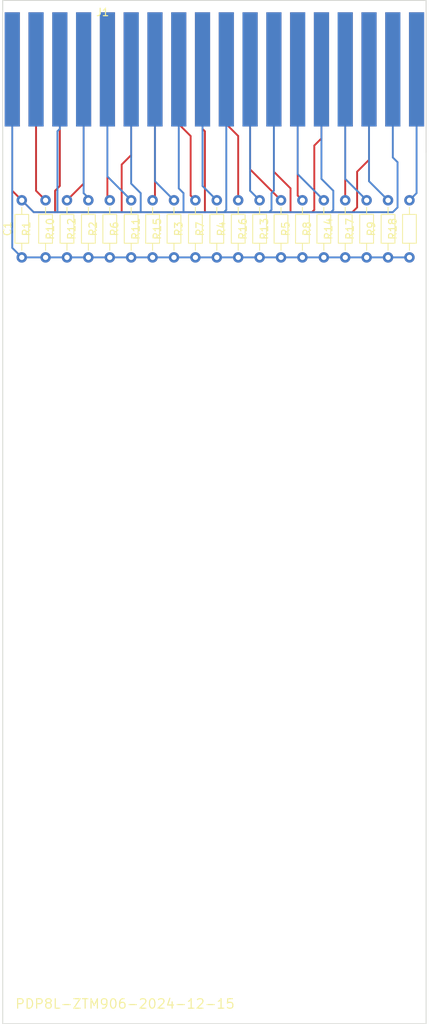
<source format=kicad_pcb>
(kicad_pcb (version 20221018) (generator pcbnew)
  (layers (0 "F.Cu" signal) (31 "B.Cu" signal) (34 "B.Paste" user) (35 "F.Paste" user) (36 "B.SilkS" user "B.Silkscreen") (37 "F.SilkS" user "F.Silkscreen") (38 "B.Mask" user) (39 "F.Mask" user) (44 "Edge.Cuts" user))
  (net 0 "")
  (net 1 "Net-(J1-PadB1)")
  (net 3 "Net-(J1-PadD1)")
  (net 4 "Net-(J1-PadD2)")
  (net 5 "Net-(J1-PadE1)")
  (net 6 "Net-(J1-PadE2)")
  (net 7 "Net-(J1-PadH1)")
  (net 8 "Net-(J1-PadH2)")
  (net 9 "Net-(J1-PadJ1)")
  (net 10 "Net-(J1-PadK2)")
  (net 11 "Net-(J1-PadL1)")
  (net 12 "Net-(J1-PadM1)")
  (net 13 "Net-(J1-PadM2)")
  (net 14 "Net-(J1-PadP1)")
  (net 15 "Net-(J1-PadP2)")
  (net 16 "Net-(J1-PadS1)")
  (net 17 "Net-(J1-PadS2)")
  (net 18 "Net-(J1-PadT2)")
  (net 21 "Net-(J1-PadV2)")
  (net 22 "GND")
  (net 23 "+5V")
  (footprint "Resistor_THT:R_Axial_DIN0204_L3.6mm_D1.6mm_P7.62mm_Horizontal" (layer "F.Cu") (at 54.2925 34.29 90)
    (fp_text reference "R18" (at 3.81 -2.2375 90) (layer "F.SilkS"))
    (fp_text value "1K")
    (fp_line (start 0.94 0) (end 1.89 0) (stroke (width 0.12)) (layer "F.SilkS"))
    (fp_line (start 1.89 -0.92) (end 1.89 0.92) (stroke (width 0.12)) (layer "F.SilkS"))
    (fp_line (start 1.89 0.92) (end 5.73 0.92) (stroke (width 0.12)) (layer "F.SilkS"))
    (fp_line (start 5.73 -0.92) (end 1.89 -0.92) (stroke (width 0.12)) (layer "F.SilkS"))
    (fp_line (start 5.73 0.92) (end 5.73 -0.92) (stroke (width 0.12)) (layer "F.SilkS"))
    (fp_line (start 6.68 0) (end 5.73 0) (stroke (width 0.12)) (layer "F.SilkS"))
    (pad "1" thru_hole circle (at 0 0 90) (size 1.4 1.4) (drill 0.7) (layers "*.Cu" "*.Mask") (net 23 "+5V"))
    (pad "2" thru_hole oval (at 7.62 0 90) (size 1.4 1.4) (drill 0.7) (layers "*.Cu" "*.Mask") (net 21 "Net-(J1-PadV2)"))
  )
  (footprint "Resistor_THT:R_Axial_DIN0204_L3.6mm_D1.6mm_P7.62mm_Horizontal" (layer "F.Cu") (at 8.5725 34.29 90)
    (fp_text reference "R10" (at 3.81 -2.2375 90) (layer "F.SilkS"))
    (fp_text value "1K")
    (fp_line (start 0.94 0) (end 1.89 0) (stroke (width 0.12)) (layer "F.SilkS"))
    (fp_line (start 1.89 -0.92) (end 1.89 0.92) (stroke (width 0.12)) (layer "F.SilkS"))
    (fp_line (start 1.89 0.92) (end 5.73 0.92) (stroke (width 0.12)) (layer "F.SilkS"))
    (fp_line (start 5.73 -0.92) (end 1.89 -0.92) (stroke (width 0.12)) (layer "F.SilkS"))
    (fp_line (start 5.73 0.92) (end 5.73 -0.92) (stroke (width 0.12)) (layer "F.SilkS"))
    (fp_line (start 6.68 0) (end 5.73 0) (stroke (width 0.12)) (layer "F.SilkS"))
    (pad "1" thru_hole circle (at 0 0 90) (size 1.4 1.4) (drill 0.7) (layers "*.Cu" "*.Mask") (net 23 "+5V"))
    (pad "2" thru_hole oval (at 7.62 0 90) (size 1.4 1.4) (drill 0.7) (layers "*.Cu" "*.Mask") (net 3 "Net-(J1-PadD1)"))
  )
  (footprint "Resistor_THT:R_Axial_DIN0204_L3.6mm_D1.6mm_P7.62mm_Horizontal" (layer "F.Cu") (at 28.575 34.29 90)
    (fp_text reference "R7" (at 3.81 -2.2375 90) (layer "F.SilkS"))
    (fp_text value "1K")
    (fp_line (start 0.94 0) (end 1.89 0) (stroke (width 0.12)) (layer "F.SilkS"))
    (fp_line (start 1.89 -0.92) (end 1.89 0.92) (stroke (width 0.12)) (layer "F.SilkS"))
    (fp_line (start 1.89 0.92) (end 5.73 0.92) (stroke (width 0.12)) (layer "F.SilkS"))
    (fp_line (start 5.73 -0.92) (end 1.89 -0.92) (stroke (width 0.12)) (layer "F.SilkS"))
    (fp_line (start 5.73 0.92) (end 5.73 -0.92) (stroke (width 0.12)) (layer "F.SilkS"))
    (fp_line (start 6.68 0) (end 5.73 0) (stroke (width 0.12)) (layer "F.SilkS"))
    (pad "1" thru_hole circle (at 0 0 90) (size 1.4 1.4) (drill 0.7) (layers "*.Cu" "*.Mask") (net 23 "+5V"))
    (pad "2" thru_hole oval (at 7.62 0 90) (size 1.4 1.4) (drill 0.7) (layers "*.Cu" "*.Mask") (net 10 "Net-(J1-PadK2)"))
  )
  (footprint "Resistor_THT:R_Axial_DIN0204_L3.6mm_D1.6mm_P7.62mm_Horizontal" (layer "F.Cu") (at 5.715 34.29 90)
    (fp_text reference "R1" (at 3.81 -2.555 90) (layer "F.SilkS"))
    (fp_text value "1K")
    (fp_line (start 0.94 0) (end 1.89 0) (stroke (width 0.12)) (layer "F.SilkS"))
    (fp_line (start 1.89 -0.92) (end 1.89 0.92) (stroke (width 0.12)) (layer "F.SilkS"))
    (fp_line (start 1.89 0.92) (end 5.73 0.92) (stroke (width 0.12)) (layer "F.SilkS"))
    (fp_line (start 5.73 -0.92) (end 1.89 -0.92) (stroke (width 0.12)) (layer "F.SilkS"))
    (fp_line (start 5.73 0.92) (end 5.73 -0.92) (stroke (width 0.12)) (layer "F.SilkS"))
    (fp_line (start 6.68 0) (end 5.73 0) (stroke (width 0.12)) (layer "F.SilkS"))
    (pad "1" thru_hole circle (at 0 0 90) (size 1.4 1.4) (drill 0.7) (layers "*.Cu" "*.Mask") (net 23 "+5V"))
    (pad "2" thru_hole oval (at 7.62 0 90) (size 1.4 1.4) (drill 0.7) (layers "*.Cu" "*.Mask") (net 1 "Net-(J1-PadB1)"))
  )
  (footprint "Resistor_THT:R_Axial_DIN0204_L3.6mm_D1.6mm_P7.62mm_Horizontal" (layer "F.Cu") (at 22.86 34.29 90)
    (fp_text reference "R15" (at 3.81 -2.2375 90) (layer "F.SilkS"))
    (fp_text value "1K")
    (fp_line (start 0.94 0) (end 1.89 0) (stroke (width 0.12)) (layer "F.SilkS"))
    (fp_line (start 1.89 -0.92) (end 1.89 0.92) (stroke (width 0.12)) (layer "F.SilkS"))
    (fp_line (start 1.89 0.92) (end 5.73 0.92) (stroke (width 0.12)) (layer "F.SilkS"))
    (fp_line (start 5.73 -0.92) (end 1.89 -0.92) (stroke (width 0.12)) (layer "F.SilkS"))
    (fp_line (start 5.73 0.92) (end 5.73 -0.92) (stroke (width 0.12)) (layer "F.SilkS"))
    (fp_line (start 6.68 0) (end 5.73 0) (stroke (width 0.12)) (layer "F.SilkS"))
    (pad "1" thru_hole circle (at 0 0 90) (size 1.4 1.4) (drill 0.7) (layers "*.Cu" "*.Mask") (net 23 "+5V"))
    (pad "2" thru_hole oval (at 7.62 0 90) (size 1.4 1.4) (drill 0.7) (layers "*.Cu" "*.Mask") (net 8 "Net-(J1-PadH2)"))
  )
  (footprint "Resistor_THT:R_Axial_DIN0204_L3.6mm_D1.6mm_P7.62mm_Horizontal" (layer "F.Cu") (at 11.43 34.29 90)
    (fp_text reference "R12" (at 3.81 -2.2375 90) (layer "F.SilkS"))
    (fp_text value "1K")
    (fp_line (start 0.94 0) (end 1.89 0) (stroke (width 0.12)) (layer "F.SilkS"))
    (fp_line (start 1.89 -0.92) (end 1.89 0.92) (stroke (width 0.12)) (layer "F.SilkS"))
    (fp_line (start 1.89 0.92) (end 5.73 0.92) (stroke (width 0.12)) (layer "F.SilkS"))
    (fp_line (start 5.73 -0.92) (end 1.89 -0.92) (stroke (width 0.12)) (layer "F.SilkS"))
    (fp_line (start 5.73 0.92) (end 5.73 -0.92) (stroke (width 0.12)) (layer "F.SilkS"))
    (fp_line (start 6.68 0) (end 5.73 0) (stroke (width 0.12)) (layer "F.SilkS"))
    (pad "1" thru_hole circle (at 0 0 90) (size 1.4 1.4) (drill 0.7) (layers "*.Cu" "*.Mask") (net 23 "+5V"))
    (pad "2" thru_hole oval (at 7.62 0 90) (size 1.4 1.4) (drill 0.7) (layers "*.Cu" "*.Mask") (net 4 "Net-(J1-PadD2)"))
  )
  (footprint "Resistor_THT:R_Axial_DIN0204_L3.6mm_D1.6mm_P7.62mm_Horizontal" (layer "F.Cu") (at 14.2875 34.29 90)
    (fp_text reference "R2" (at 3.81 -2.2375 90) (layer "F.SilkS"))
    (fp_text value "1K")
    (fp_line (start 0.94 0) (end 1.89 0) (stroke (width 0.12)) (layer "F.SilkS"))
    (fp_line (start 1.89 -0.92) (end 1.89 0.92) (stroke (width 0.12)) (layer "F.SilkS"))
    (fp_line (start 1.89 0.92) (end 5.73 0.92) (stroke (width 0.12)) (layer "F.SilkS"))
    (fp_line (start 5.73 -0.92) (end 1.89 -0.92) (stroke (width 0.12)) (layer "F.SilkS"))
    (fp_line (start 5.73 0.92) (end 5.73 -0.92) (stroke (width 0.12)) (layer "F.SilkS"))
    (fp_line (start 6.68 0) (end 5.73 0) (stroke (width 0.12)) (layer "F.SilkS"))
    (pad "1" thru_hole circle (at 0 0 90) (size 1.4 1.4) (drill 0.7) (layers "*.Cu" "*.Mask") (net 23 "+5V"))
    (pad "2" thru_hole oval (at 7.62 0 90) (size 1.4 1.4) (drill 0.7) (layers "*.Cu" "*.Mask") (net 5 "Net-(J1-PadE1)"))
  )
  (footprint "Resistor_THT:R_Axial_DIN0204_L3.6mm_D1.6mm_P7.62mm_Horizontal" (layer "F.Cu") (at 31.4325 34.29 90)
    (fp_text reference "R4" (at 3.81 -2.2375 90) (layer "F.SilkS"))
    (fp_text value "1K")
    (fp_line (start 0.94 0) (end 1.89 0) (stroke (width 0.12)) (layer "F.SilkS"))
    (fp_line (start 1.89 -0.92) (end 1.89 0.92) (stroke (width 0.12)) (layer "F.SilkS"))
    (fp_line (start 1.89 0.92) (end 5.73 0.92) (stroke (width 0.12)) (layer "F.SilkS"))
    (fp_line (start 5.73 -0.92) (end 1.89 -0.92) (stroke (width 0.12)) (layer "F.SilkS"))
    (fp_line (start 5.73 0.92) (end 5.73 -0.92) (stroke (width 0.12)) (layer "F.SilkS"))
    (fp_line (start 6.68 0) (end 5.73 0) (stroke (width 0.12)) (layer "F.SilkS"))
    (pad "1" thru_hole circle (at 0 0 90) (size 1.4 1.4) (drill 0.7) (layers "*.Cu" "*.Mask") (net 23 "+5V"))
    (pad "2" thru_hole oval (at 7.62 0 90) (size 1.4 1.4) (drill 0.7) (layers "*.Cu" "*.Mask") (net 11 "Net-(J1-PadL1)"))
  )
  (footprint "Resistor_THT:R_Axial_DIN0204_L3.6mm_D1.6mm_P7.62mm_Horizontal" (layer "F.Cu") (at 40.005 34.29 90)
    (fp_text reference "R5" (at 3.81 -2.2375 90) (layer "F.SilkS"))
    (fp_text value "1K")
    (fp_line (start 0.94 0) (end 1.89 0) (stroke (width 0.12)) (layer "F.SilkS"))
    (fp_line (start 1.89 -0.92) (end 1.89 0.92) (stroke (width 0.12)) (layer "F.SilkS"))
    (fp_line (start 1.89 0.92) (end 5.73 0.92) (stroke (width 0.12)) (layer "F.SilkS"))
    (fp_line (start 5.73 -0.92) (end 1.89 -0.92) (stroke (width 0.12)) (layer "F.SilkS"))
    (fp_line (start 5.73 0.92) (end 5.73 -0.92) (stroke (width 0.12)) (layer "F.SilkS"))
    (fp_line (start 6.68 0) (end 5.73 0) (stroke (width 0.12)) (layer "F.SilkS"))
    (pad "1" thru_hole circle (at 0 0 90) (size 1.4 1.4) (drill 0.7) (layers "*.Cu" "*.Mask") (net 23 "+5V"))
    (pad "2" thru_hole oval (at 7.62 0 90) (size 1.4 1.4) (drill 0.7) (layers "*.Cu" "*.Mask") (net 14 "Net-(J1-PadP1)"))
  )
  (footprint "Resistor_THT:R_Axial_DIN0204_L3.6mm_D1.6mm_P7.62mm_Horizontal" (layer "F.Cu") (at 45.72 34.29 90)
    (fp_text reference "R14" (at 3.81 -2.2375 90) (layer "F.SilkS"))
    (fp_text value "1K")
    (fp_line (start 0.94 0) (end 1.89 0) (stroke (width 0.12)) (layer "F.SilkS"))
    (fp_line (start 1.89 -0.92) (end 1.89 0.92) (stroke (width 0.12)) (layer "F.SilkS"))
    (fp_line (start 1.89 0.92) (end 5.73 0.92) (stroke (width 0.12)) (layer "F.SilkS"))
    (fp_line (start 5.73 -0.92) (end 1.89 -0.92) (stroke (width 0.12)) (layer "F.SilkS"))
    (fp_line (start 5.73 0.92) (end 5.73 -0.92) (stroke (width 0.12)) (layer "F.SilkS"))
    (fp_line (start 6.68 0) (end 5.73 0) (stroke (width 0.12)) (layer "F.SilkS"))
    (pad "1" thru_hole circle (at 0 0 90) (size 1.4 1.4) (drill 0.7) (layers "*.Cu" "*.Mask") (net 23 "+5V"))
    (pad "2" thru_hole oval (at 7.62 0 90) (size 1.4 1.4) (drill 0.7) (layers "*.Cu" "*.Mask") (net 16 "Net-(J1-PadS1)"))
  )
  (footprint "Resistor_THT:R_Axial_DIN0204_L3.6mm_D1.6mm_P7.62mm_Horizontal" (layer "F.Cu") (at 2.54 34.29 90)
    (fp_text reference "C1" (at 3.81 -1.92 90) (layer "F.SilkS"))
    (fp_text value "0.1u")
    (fp_line (start 0.94 0) (end 1.89 0) (stroke (width 0.12)) (layer "F.SilkS"))
    (fp_line (start 1.89 -0.92) (end 1.89 0.92) (stroke (width 0.12)) (layer "F.SilkS"))
    (fp_line (start 1.89 0.92) (end 5.73 0.92) (stroke (width 0.12)) (layer "F.SilkS"))
    (fp_line (start 5.73 -0.92) (end 1.89 -0.92) (stroke (width 0.12)) (layer "F.SilkS"))
    (fp_line (start 5.73 0.92) (end 5.73 -0.92) (stroke (width 0.12)) (layer "F.SilkS"))
    (fp_line (start 6.68 0) (end 5.73 0) (stroke (width 0.12)) (layer "F.SilkS"))
    (pad "1" thru_hole circle (at 0 0 90) (size 1.4 1.4) (drill 0.7) (layers "*.Cu" "*.Mask") (net 23 "+5V"))
    (pad "2" thru_hole oval (at 7.62 0 90) (size 1.4 1.4) (drill 0.7) (layers "*.Cu" "*.Mask") (net 22 "GND"))
  )
  (footprint "Resistor_THT:R_Axial_DIN0204_L3.6mm_D1.6mm_P7.62mm_Horizontal" (layer "F.Cu") (at 37.1475 34.29 90)
    (fp_text reference "R13" (at 3.81 -2.2375 90) (layer "F.SilkS"))
    (fp_text value "1K")
    (fp_line (start 0.94 0) (end 1.89 0) (stroke (width 0.12)) (layer "F.SilkS"))
    (fp_line (start 1.89 -0.92) (end 1.89 0.92) (stroke (width 0.12)) (layer "F.SilkS"))
    (fp_line (start 1.89 0.92) (end 5.73 0.92) (stroke (width 0.12)) (layer "F.SilkS"))
    (fp_line (start 5.73 -0.92) (end 1.89 -0.92) (stroke (width 0.12)) (layer "F.SilkS"))
    (fp_line (start 5.73 0.92) (end 5.73 -0.92) (stroke (width 0.12)) (layer "F.SilkS"))
    (fp_line (start 6.68 0) (end 5.73 0) (stroke (width 0.12)) (layer "F.SilkS"))
    (pad "1" thru_hole circle (at 0 0 90) (size 1.4 1.4) (drill 0.7) (layers "*.Cu" "*.Mask") (net 23 "+5V"))
    (pad "2" thru_hole oval (at 7.62 0 90) (size 1.4 1.4) (drill 0.7) (layers "*.Cu" "*.Mask") (net 12 "Net-(J1-PadM1)"))
  )
  (footprint "Resistor_THT:R_Axial_DIN0204_L3.6mm_D1.6mm_P7.62mm_Horizontal" (layer "F.Cu") (at 25.7175 34.29 90)
    (fp_text reference "R3" (at 3.81 -2.2375 90) (layer "F.SilkS"))
    (fp_text value "1K")
    (fp_line (start 0.94 0) (end 1.89 0) (stroke (width 0.12)) (layer "F.SilkS"))
    (fp_line (start 1.89 -0.92) (end 1.89 0.92) (stroke (width 0.12)) (layer "F.SilkS"))
    (fp_line (start 1.89 0.92) (end 5.73 0.92) (stroke (width 0.12)) (layer "F.SilkS"))
    (fp_line (start 5.73 -0.92) (end 1.89 -0.92) (stroke (width 0.12)) (layer "F.SilkS"))
    (fp_line (start 5.73 0.92) (end 5.73 -0.92) (stroke (width 0.12)) (layer "F.SilkS"))
    (fp_line (start 6.68 0) (end 5.73 0) (stroke (width 0.12)) (layer "F.SilkS"))
    (pad "1" thru_hole circle (at 0 0 90) (size 1.4 1.4) (drill 0.7) (layers "*.Cu" "*.Mask") (net 23 "+5V"))
    (pad "2" thru_hole oval (at 7.62 0 90) (size 1.4 1.4) (drill 0.7) (layers "*.Cu" "*.Mask") (net 9 "Net-(J1-PadJ1)"))
  )
  (footprint "Resistor_THT:R_Axial_DIN0204_L3.6mm_D1.6mm_P7.62mm_Horizontal" (layer "F.Cu") (at 17.145 34.29 90)
    (fp_text reference "R6" (at 3.81 -2.2375 90) (layer "F.SilkS"))
    (fp_text value "1K")
    (fp_line (start 0.94 0) (end 1.89 0) (stroke (width 0.12)) (layer "F.SilkS"))
    (fp_line (start 1.89 -0.92) (end 1.89 0.92) (stroke (width 0.12)) (layer "F.SilkS"))
    (fp_line (start 1.89 0.92) (end 5.73 0.92) (stroke (width 0.12)) (layer "F.SilkS"))
    (fp_line (start 5.73 -0.92) (end 1.89 -0.92) (stroke (width 0.12)) (layer "F.SilkS"))
    (fp_line (start 5.73 0.92) (end 5.73 -0.92) (stroke (width 0.12)) (layer "F.SilkS"))
    (fp_line (start 6.68 0) (end 5.73 0) (stroke (width 0.12)) (layer "F.SilkS"))
    (pad "1" thru_hole circle (at 0 0 90) (size 1.4 1.4) (drill 0.7) (layers "*.Cu" "*.Mask") (net 23 "+5V"))
    (pad "2" thru_hole oval (at 7.62 0 90) (size 1.4 1.4) (drill 0.7) (layers "*.Cu" "*.Mask") (net 6 "Net-(J1-PadE2)"))
  )
  (footprint "Resistor_THT:R_Axial_DIN0204_L3.6mm_D1.6mm_P7.62mm_Horizontal" (layer "F.Cu") (at 42.8625 34.29 90)
    (fp_text reference "R8" (at 3.81 -2.2375 90) (layer "F.SilkS"))
    (fp_text value "1K")
    (fp_line (start 0.94 0) (end 1.89 0) (stroke (width 0.12)) (layer "F.SilkS"))
    (fp_line (start 1.89 -0.92) (end 1.89 0.92) (stroke (width 0.12)) (layer "F.SilkS"))
    (fp_line (start 1.89 0.92) (end 5.73 0.92) (stroke (width 0.12)) (layer "F.SilkS"))
    (fp_line (start 5.73 -0.92) (end 1.89 -0.92) (stroke (width 0.12)) (layer "F.SilkS"))
    (fp_line (start 5.73 0.92) (end 5.73 -0.92) (stroke (width 0.12)) (layer "F.SilkS"))
    (fp_line (start 6.68 0) (end 5.73 0) (stroke (width 0.12)) (layer "F.SilkS"))
    (pad "1" thru_hole circle (at 0 0 90) (size 1.4 1.4) (drill 0.7) (layers "*.Cu" "*.Mask") (net 23 "+5V"))
    (pad "2" thru_hole oval (at 7.62 0 90) (size 1.4 1.4) (drill 0.7) (layers "*.Cu" "*.Mask") (net 15 "Net-(J1-PadP2)"))
  )
  (footprint "Resistor_THT:R_Axial_DIN0204_L3.6mm_D1.6mm_P7.62mm_Horizontal" (layer "F.Cu") (at 48.5775 34.29 90)
    (fp_text reference "R17" (at 3.81 -2.2375 90) (layer "F.SilkS"))
    (fp_text value "1K")
    (fp_line (start 0.94 0) (end 1.89 0) (stroke (width 0.12)) (layer "F.SilkS"))
    (fp_line (start 1.89 -0.92) (end 1.89 0.92) (stroke (width 0.12)) (layer "F.SilkS"))
    (fp_line (start 1.89 0.92) (end 5.73 0.92) (stroke (width 0.12)) (layer "F.SilkS"))
    (fp_line (start 5.73 -0.92) (end 1.89 -0.92) (stroke (width 0.12)) (layer "F.SilkS"))
    (fp_line (start 5.73 0.92) (end 5.73 -0.92) (stroke (width 0.12)) (layer "F.SilkS"))
    (fp_line (start 6.68 0) (end 5.73 0) (stroke (width 0.12)) (layer "F.SilkS"))
    (pad "1" thru_hole circle (at 0 0 90) (size 1.4 1.4) (drill 0.7) (layers "*.Cu" "*.Mask") (net 23 "+5V"))
    (pad "2" thru_hole oval (at 7.62 0 90) (size 1.4 1.4) (drill 0.7) (layers "*.Cu" "*.Mask") (net 17 "Net-(J1-PadS2)"))
  )
  (footprint "Resistor_THT:R_Axial_DIN0204_L3.6mm_D1.6mm_P7.62mm_Horizontal" (layer "F.Cu") (at 51.435 34.29 90)
    (fp_text reference "R9" (at 3.81 -2.2375 90) (layer "F.SilkS"))
    (fp_text value "1K")
    (fp_line (start 0.94 0) (end 1.89 0) (stroke (width 0.12)) (layer "F.SilkS"))
    (fp_line (start 1.89 -0.92) (end 1.89 0.92) (stroke (width 0.12)) (layer "F.SilkS"))
    (fp_line (start 1.89 0.92) (end 5.73 0.92) (stroke (width 0.12)) (layer "F.SilkS"))
    (fp_line (start 5.73 -0.92) (end 1.89 -0.92) (stroke (width 0.12)) (layer "F.SilkS"))
    (fp_line (start 5.73 0.92) (end 5.73 -0.92) (stroke (width 0.12)) (layer "F.SilkS"))
    (fp_line (start 6.68 0) (end 5.73 0) (stroke (width 0.12)) (layer "F.SilkS"))
    (pad "1" thru_hole circle (at 0 0 90) (size 1.4 1.4) (drill 0.7) (layers "*.Cu" "*.Mask") (net 23 "+5V"))
    (pad "2" thru_hole oval (at 7.62 0 90) (size 1.4 1.4) (drill 0.7) (layers "*.Cu" "*.Mask") (net 18 "Net-(J1-PadT2)"))
  )
  (footprint "footprints:2x18-edge" (layer "F.Cu") (at 55.245 9.2075)
    (fp_text reference "J1" (at -41.91 -7.62) (layer "F.SilkS"))
    (fp_text value "2x18edgecon")
    (pad "A1" connect rect (at -53.975 0) (size 2.032 15.24) (layers "F.Cu" "F.Mask") (net 22 "GND"))
    (pad "A2" connect rect (at -53.975 0) (size 2.032 15.24) (layers "B.Cu" "B.Mask") (net 23 "+5V"))
    (pad "B1" connect rect (at -50.8 0) (size 2.032 15.24) (layers "F.Cu" "F.Mask") (net 1 "Net-(J1-PadB1)"))
    (pad "B2" connect rect (at -50.8 0) (size 2.032 15.24) (layers "B.Cu" "B.Mask"))
    (pad "C1" connect rect (at -47.625 0) (size 2.032 15.24) (layers "F.Cu" "F.Mask") (net 22 "GND"))
    (pad "C2" connect rect (at -47.625 0) (size 2.032 15.24) (layers "B.Cu" "B.Mask") (net 22 "GND"))
    (pad "D1" connect rect (at -44.45 0) (size 2.032 15.24) (layers "F.Cu" "F.Mask") (net 3 "Net-(J1-PadD1)"))
    (pad "D2" connect rect (at -44.45 0) (size 2.032 15.24) (layers "B.Cu" "B.Mask") (net 4 "Net-(J1-PadD2)"))
    (pad "E1" connect rect (at -41.275 0) (size 2.032 15.24) (layers "F.Cu" "F.Mask") (net 5 "Net-(J1-PadE1)"))
    (pad "E2" connect rect (at -41.275 0) (size 2.032 15.24) (layers "B.Cu" "B.Mask") (net 6 "Net-(J1-PadE2)"))
    (pad "F1" connect rect (at -38.1 0) (size 2.032 15.24) (layers "F.Cu" "F.Mask") (net 22 "GND"))
    (pad "F2" connect rect (at -38.1 0) (size 2.032 15.24) (layers "B.Cu" "B.Mask") (net 22 "GND"))
    (pad "H1" connect rect (at -34.925 0) (size 2.032 15.24) (layers "F.Cu" "F.Mask") (net 7 "Net-(J1-PadH1)"))
    (pad "H2" connect rect (at -34.925 0) (size 2.032 15.24) (layers "B.Cu" "B.Mask") (net 8 "Net-(J1-PadH2)"))
    (pad "J1" connect rect (at -31.75 0) (size 2.032 15.24) (layers "F.Cu" "F.Mask") (net 9 "Net-(J1-PadJ1)"))
    (pad "J2" connect rect (at -31.75 0) (size 2.032 15.24) (layers "B.Cu" "B.Mask") (net 22 "GND"))
    (pad "K1" connect rect (at -28.575 0) (size 2.032 15.24) (layers "F.Cu" "F.Mask") (net 22 "GND"))
    (pad "K2" connect rect (at -28.575 0) (size 2.032 15.24) (layers "B.Cu" "B.Mask") (net 10 "Net-(J1-PadK2)"))
    (pad "L1" connect rect (at -25.4 0) (size 2.032 15.24) (layers "F.Cu" "F.Mask") (net 11 "Net-(J1-PadL1)"))
    (pad "L2" connect rect (at -25.4 0) (size 2.032 15.24) (layers "B.Cu" "B.Mask") (net 22 "GND"))
    (pad "M1" connect rect (at -22.225 0) (size 2.032 15.24) (layers "F.Cu" "F.Mask") (net 12 "Net-(J1-PadM1)"))
    (pad "M2" connect rect (at -22.225 0) (size 2.032 15.24) (layers "B.Cu" "B.Mask") (net 13 "Net-(J1-PadM2)"))
    (pad "N1" connect rect (at -19.05 0) (size 2.032 15.24) (layers "F.Cu" "F.Mask") (net 22 "GND"))
    (pad "N2" connect rect (at -19.05 0) (size 2.032 15.24) (layers "B.Cu" "B.Mask") (net 22 "GND"))
    (pad "P1" connect rect (at -15.875 0) (size 2.032 15.24) (layers "F.Cu" "F.Mask") (net 14 "Net-(J1-PadP1)"))
    (pad "P2" connect rect (at -15.875 0) (size 2.032 15.24) (layers "B.Cu" "B.Mask") (net 15 "Net-(J1-PadP2)"))
    (pad "R1" connect rect (at -12.7 0) (size 2.032 15.24) (layers "F.Cu" "F.Mask") (net 22 "GND"))
    (pad "R2" connect rect (at -12.7 0) (size 2.032 15.24) (layers "B.Cu" "B.Mask") (net 22 "GND"))
    (pad "S1" connect rect (at -9.525 0) (size 2.032 15.24) (layers "F.Cu" "F.Mask") (net 16 "Net-(J1-PadS1)"))
    (pad "S2" connect rect (at -9.525 0) (size 2.032 15.24) (layers "B.Cu" "B.Mask") (net 17 "Net-(J1-PadS2)"))
    (pad "T1" connect rect (at -6.35 0) (size 2.032 15.24) (layers "F.Cu" "F.Mask") (net 22 "GND"))
    (pad "T2" connect rect (at -6.35 0) (size 2.032 15.24) (layers "B.Cu" "B.Mask") (net 18 "Net-(J1-PadT2)"))
    (pad "U1" connect rect (at -3.175 0) (size 2.032 15.24) (layers "F.Cu" "F.Mask"))
    (pad "U2" connect rect (at -3.175 0) (size 2.032 15.24) (layers "B.Cu" "B.Mask") (net 22 "GND"))
    (pad "V1" connect rect (at 0 0) (size 2.032 15.24) (layers "F.Cu" "F.Mask"))
    (pad "V2" connect rect (at 0 0) (size 2.032 15.24) (layers "B.Cu" "B.Mask") (net 21 "Net-(J1-PadV2)"))
  )
  (footprint "Resistor_THT:R_Axial_DIN0204_L3.6mm_D1.6mm_P7.62mm_Horizontal" (layer "F.Cu") (at 34.29 34.29 90)
    (fp_text reference "R16" (at 3.81 -2.2375 90) (layer "F.SilkS"))
    (fp_text value "1K")
    (fp_line (start 0.94 0) (end 1.89 0) (stroke (width 0.12)) (layer "F.SilkS"))
    (fp_line (start 1.89 -0.92) (end 1.89 0.92) (stroke (width 0.12)) (layer "F.SilkS"))
    (fp_line (start 1.89 0.92) (end 5.73 0.92) (stroke (width 0.12)) (layer "F.SilkS"))
    (fp_line (start 5.73 -0.92) (end 1.89 -0.92) (stroke (width 0.12)) (layer "F.SilkS"))
    (fp_line (start 5.73 0.92) (end 5.73 -0.92) (stroke (width 0.12)) (layer "F.SilkS"))
    (fp_line (start 6.68 0) (end 5.73 0) (stroke (width 0.12)) (layer "F.SilkS"))
    (pad "1" thru_hole circle (at 0 0 90) (size 1.4 1.4) (drill 0.7) (layers "*.Cu" "*.Mask") (net 23 "+5V"))
    (pad "2" thru_hole oval (at 7.62 0 90) (size 1.4 1.4) (drill 0.7) (layers "*.Cu" "*.Mask") (net 13 "Net-(J1-PadM2)"))
  )
  (footprint "Resistor_THT:R_Axial_DIN0204_L3.6mm_D1.6mm_P7.62mm_Horizontal" (layer "F.Cu") (at 20.0025 34.29 90)
    (fp_text reference "R11" (at 3.81 -2.2375 90) (layer "F.SilkS"))
    (fp_text value "1K")
    (fp_line (start 0.94 0) (end 1.89 0) (stroke (width 0.12)) (layer "F.SilkS"))
    (fp_line (start 1.89 -0.92) (end 1.89 0.92) (stroke (width 0.12)) (layer "F.SilkS"))
    (fp_line (start 1.89 0.92) (end 5.73 0.92) (stroke (width 0.12)) (layer "F.SilkS"))
    (fp_line (start 5.73 -0.92) (end 1.89 -0.92) (stroke (width 0.12)) (layer "F.SilkS"))
    (fp_line (start 5.73 0.92) (end 5.73 -0.92) (stroke (width 0.12)) (layer "F.SilkS"))
    (fp_line (start 6.68 0) (end 5.73 0) (stroke (width 0.12)) (layer "F.SilkS"))
    (pad "1" thru_hole circle (at 0 0 90) (size 1.4 1.4) (drill 0.7) (layers "*.Cu" "*.Mask") (net 23 "+5V"))
    (pad "2" thru_hole oval (at 7.62 0 90) (size 1.4 1.4) (drill 0.7) (layers "*.Cu" "*.Mask") (net 7 "Net-(J1-PadH1)"))
  )
  (gr_line (start 56.515 0) (end 0 0) (stroke (width 0.1)) (layer "Edge.Cuts"))
  (gr_line (start 0 0) (end 56.515 0) (stroke (width 0.1)) (layer "Edge.Cuts"))
  (gr_line (start 56.515 136.525) (end 0 136.525) (stroke (width 0.1)) (layer "Edge.Cuts"))
  (gr_line (start 0 1.27) (end 0 0) (stroke (width 0.1)) (layer "Edge.Cuts"))
  (gr_line (start 56.515 0) (end 56.515 20.32) (stroke (width 0.1)) (layer "Edge.Cuts"))
  (gr_line (start 56.515 0) (end 56.515 136.525) (stroke (width 0.1)) (layer "Edge.Cuts"))
  (gr_line (start 0 136.525) (end 0 0) (stroke (width 0.1)) (layer "Edge.Cuts"))
  (gr_text "PDP8L-ZTM906-2024-12-15" (at 1.5875 134.62) (layer "F.SilkS") (effects (font (size 1.27 1.27)) (justify left bottom)))
  (segment (start 5.715 26.67) (end 4.445 25.4) (width 0.25) (layer "F.Cu") (net 1))
  (segment (start 4.445 25.4) (end 4.445 9.2075) (width 0.25) (layer "F.Cu") (net 1))
  (segment (start 10.795 9.2075) (end 10.795 24.4475) (width 0.25) (layer "F.Cu") (net 3))
  (segment (start 10.795 24.4475) (end 8.5725 26.67) (width 0.25) (layer "F.Cu") (net 3))
  (segment (start 10.795 25.7175) (end 10.795 9.2075) (width 0.25) (layer "B.Cu") (net 4))
  (segment (start 11.43 26.3525) (end 10.795 25.7175) (width 0.25) (layer "B.Cu") (net 4))
  (segment (start 13.97 9.2075) (end 13.97 26.3525) (width 0.25) (layer "F.Cu") (net 5))
  (segment (start 17.145 26.67) (end 13.97 23.495) (width 0.25) (layer "B.Cu") (net 6))
  (segment (start 13.97 23.495) (end 13.97 9.2075) (width 0.25) (layer "B.Cu") (net 6))
  (segment (start 20.32 9.2075) (end 20.32 26.3525) (width 0.25) (layer "F.Cu") (net 7))
  (segment (start 22.86 26.67) (end 20.32 24.13) (width 0.25) (layer "B.Cu") (net 8))
  (segment (start 20.32 24.13) (end 20.32 9.2075) (width 0.25) (layer "B.Cu") (net 8))
  (segment (start 25.0825 18.0975) (end 25.0825 26.035) (width 0.25) (layer "F.Cu") (net 9))
  (segment (start 25.0825 26.035) (end 25.7175 26.67) (width 0.25) (layer "F.Cu") (net 9))
  (segment (start 23.495 16.51) (end 25.0825 18.0975) (width 0.25) (layer "F.Cu") (net 9))
  (segment (start 26.67 24.765) (end 26.67 9.2075) (width 0.25) (layer "B.Cu") (net 10))
  (segment (start 28.575 26.67) (end 26.67 24.765) (width 0.25) (layer "B.Cu") (net 10))
  (segment (start 31.4325 18.0975) (end 31.4325 26.67) (width 0.25) (layer "F.Cu") (net 11))
  (segment (start 29.845 16.51) (end 31.4325 18.0975) (width 0.25) (layer "F.Cu") (net 11))
  (segment (start 33.02 22.5425) (end 37.1475 26.67) (width 0.25) (layer "F.Cu") (net 12))
  (segment (start 33.02 9.2075) (end 33.02 22.5425) (width 0.25) (layer "F.Cu") (net 12))
  (segment (start 33.02 25.4) (end 34.29 26.67) (width 0.25) (layer "B.Cu") (net 13))
  (segment (start 33.02 9.2075) (end 33.02 25.4) (width 0.25) (layer "B.Cu") (net 13))
  (segment (start 39.37 26.035) (end 40.005 26.67) (width 0.25) (layer "F.Cu") (net 14))
  (segment (start 39.37 9.2075) (end 39.37 26.035) (width 0.25) (layer "F.Cu") (net 14))
  (segment (start 39.37 23.1775) (end 39.37 9.2075) (width 0.25) (layer "B.Cu") (net 15))
  (segment (start 42.8625 26.67) (end 39.37 23.1775) (width 0.25) (layer "B.Cu") (net 15))
  (segment (start 45.72 9.2075) (end 45.72 26.67) (width 0.25) (layer "F.Cu") (net 16))
  (segment (start 48.5775 26.67) (end 45.72 23.8125) (width 0.25) (layer "B.Cu") (net 17))
  (segment (start 45.72 23.8125) (end 45.72 9.2075) (width 0.25) (layer "B.Cu") (net 17))
  (segment (start 48.895 24.13) (end 48.895 9.2075) (width 0.25) (layer "B.Cu") (net 18))
  (segment (start 51.435 26.67) (end 48.895 24.13) (width 0.25) (layer "B.Cu") (net 18))
  (segment (start 54.2925 26.67) (end 55.245 25.7175) (width 0.25) (layer "B.Cu") (net 21))
  (segment (start 55.245 25.7175) (end 55.245 9.2075) (width 0.25) (layer "B.Cu") (net 21))
  (segment (start 26.9875 28.2575) (end 26.9875 17.4625) (width 0.25) (layer "F.Cu") (net 22))
  (segment (start 42.545 18.415) (end 41.5925 19.3675) (width 0.25) (layer "F.Cu") (net 22))
  (segment (start 42.545 18.415) (end 42.545 9.2075) (width 0.25) (layer "F.Cu") (net 22))
  (segment (start 26.67 9.2075) (end 26.67 17.145) (width 0.25) (layer "F.Cu") (net 22))
  (segment (start 38.4175 25.0825) (end 36.195 22.86) (width 0.25) (layer "F.Cu") (net 22))
  (segment (start 7.62 9.2075) (end 7.62 24.765) (width 0.25) (layer "F.Cu") (net 22))
  (segment (start 17.145 20.6375) (end 17.145 9.2075) (width 0.25) (layer "F.Cu") (net 22))
  (segment (start 24.13 28.2575) (end 26.9875 28.2575) (width 0.25) (layer "F.Cu") (net 22))
  (segment (start 7.3025 28.2575) (end 15.875 28.2575) (width 0.25) (layer "F.Cu") (net 22))
  (segment (start 24.13 28.2575) (end 15.875 28.2575) (width 0.25) (layer "F.Cu") (net 22))
  (segment (start 4.1275 28.2575) (end 6.985 28.2575) (width 0.25) (layer "F.Cu") (net 22))
  (segment (start 38.4175 28.2575) (end 26.9875 28.2575) (width 0.25) (layer "F.Cu") (net 22))
  (segment (start 41.5925 19.3675) (end 41.5925 27.94) (width 0.25) (layer "F.Cu") (net 22))
  (segment (start 15.875 28.2575) (end 15.875 21.9075) (width 0.25) (layer "F.Cu") (net 22))
  (segment (start 2.54 26.67) (end 1.27 25.4) (width 0.25) (layer "F.Cu") (net 22))
  (segment (start 38.4175 28.2575) (end 38.4175 25.0825) (width 0.25) (layer "F.Cu") (net 22))
  (segment (start 47.3075 22.86) (end 48.895 21.2725) (width 0.25) (layer "F.Cu") (net 22))
  (segment (start 36.195 22.86) (end 36.195 9.2075) (width 0.25) (layer "F.Cu") (net 22))
  (segment (start 2.54 26.67) (end 4.1275 28.2575) (width 0.25) (layer "F.Cu") (net 22))
  (segment (start 7.62 24.765) (end 6.985 25.4) (width 0.25) (layer "F.Cu") (net 22))
  (segment (start 15.875 21.9075) (end 17.145 20.6375) (width 0.25) (layer "F.Cu") (net 22))
  (segment (start 47.3075 27.6225) (end 47.3075 22.86) (width 0.25) (layer "F.Cu") (net 22))
  (segment (start 41.275 28.2575) (end 40.9575 28.2575) (width 0.25) (layer "F.Cu") (net 22))
  (segment (start 1.27 25.4) (end 1.27 9.2075) (width 0.25) (layer "F.Cu") (net 22))
  (segment (start 6.985 25.4) (end 6.985 28.2575) (width 0.25) (layer "F.Cu") (net 22))
  (segment (start 26.9875 17.4625) (end 26.67 17.145) (width 0.25) (layer "F.Cu") (net 22))
  (segment (start 41.5925 27.94) (end 41.275 28.2575) (width 0.25) (layer "F.Cu") (net 22))
  (segment (start 48.895 21.2725) (end 48.895 9.2075) (width 0.25) (layer "F.Cu") (net 22))
  (segment (start 40.9575 28.2575) (end 46.6725 28.2575) (width 0.25) (layer "F.Cu") (net 22))
  (segment (start 46.6725 28.2575) (end 47.3075 27.6225) (width 0.25) (layer "F.Cu") (net 22))
  (segment (start 6.985 28.2575) (end 7.3025 28.2575) (width 0.25) (layer "F.Cu") (net 22))
  (segment (start 40.9575 28.2575) (end 38.4175 28.2575) (width 0.25) (layer "F.Cu") (net 22))
  (segment (start 18.415 25.7175) (end 18.415 28.2575) (width 0.25) (layer "B.Cu") (net 22))
  (segment (start 7.62 17.145) (end 7.62 9.2075) (width 0.25) (layer "B.Cu") (net 22))
  (segment (start 44.1325 25.4) (end 44.1325 27.94) (width 0.25) (layer "B.Cu") (net 22))
  (segment (start 4.1275 28.2575) (end 7.3025 28.2575) (width 0.25) (layer "B.Cu") (net 22))
  (segment (start 35.56 28.2575) (end 43.815 28.2575) (width 0.25) (layer "B.Cu") (net 22))
  (segment (start 18.415 28.2575) (end 29.5275 28.2575) (width 0.25) (layer "B.Cu") (net 22))
  (segment (start 36.195 25.4) (end 35.8775 25.7175) (width 0.25) (layer "B.Cu") (net 22))
  (segment (start 52.705 21.59) (end 52.07 20.955) (width 0.25) (layer "B.Cu") (net 22))
  (segment (start 17.145 9.2075) (end 17.145 24.4475) (width 0.25) (layer "B.Cu") (net 22))
  (segment (start 42.545 23.8125) (end 44.1325 25.4) (width 0.25) (layer "B.Cu") (net 22))
  (segment (start 29.845 27.94) (end 29.5275 28.2575) (width 0.25) (layer "B.Cu") (net 22))
  (segment (start 29.845 9.2075) (end 29.845 27.94) (width 0.25) (layer "B.Cu") (net 22))
  (segment (start 7.3025 17.4625) (end 7.62 17.145) (width 0.25) (layer "B.Cu") (net 22))
  (segment (start 2.54 26.67) (end 4.1275 28.2575) (width 0.25) (layer "B.Cu") (net 22))
  (segment (start 29.5275 28.2575) (end 35.56 28.2575) (width 0.25) (layer "B.Cu") (net 22))
  (segment (start 7.3025 28.2575) (end 18.415 28.2575) (width 0.25) (layer "B.Cu") (net 22))
  (segment (start 35.8775 27.94) (end 35.56 28.2575) (width 0.25) (layer "B.Cu") (net 22))
  (segment (start 42.545 9.2075) (end 42.545 23.8125) (width 0.25) (layer "B.Cu") (net 22))
  (segment (start 52.07 20.955) (end 52.07 9.2075) (width 0.25) (layer "B.Cu") (net 22))
  (segment (start 52.705 27.6225) (end 52.705 21.59) (width 0.25) (layer "B.Cu") (net 22))
  (segment (start 36.195 9.2075) (end 36.195 25.4) (width 0.25) (layer "B.Cu") (net 22))
  (segment (start 24.13 25.7175) (end 24.13 28.2575) (width 0.25) (layer "B.Cu") (net 22))
  (segment (start 7.3025 28.2575) (end 7.3025 17.4625) (width 0.25) (layer "B.Cu") (net 22))
  (segment (start 23.495 25.0825) (end 24.13 25.7175) (width 0.25) (layer "B.Cu") (net 22))
  (segment (start 17.145 24.4475) (end 18.415 25.7175) (width 0.25) (layer "B.Cu") (net 22))
  (segment (start 44.1325 27.94) (end 43.815 28.2575) (width 0.25) (layer "B.Cu") (net 22))
  (segment (start 35.8775 25.7175) (end 35.8775 27.94) (width 0.25) (layer "B.Cu") (net 22))
  (segment (start 43.815 28.2575) (end 52.07 28.2575) (width 0.25) (layer "B.Cu") (net 22))
  (segment (start 23.495 9.2075) (end 23.495 25.0825) (width 0.25) (layer "B.Cu") (net 22))
  (segment (start 52.07 28.2575) (end 52.705 27.6225) (width 0.25) (layer "B.Cu") (net 22))
  (segment (start 17.145 34.29) (end 20.0025 34.29) (width 0.25) (layer "B.Cu") (net 23))
  (segment (start 28.575 34.29) (end 31.4325 34.29) (width 0.25) (layer "B.Cu") (net 23))
  (segment (start 45.72 34.29) (end 48.5775 34.29) (width 0.25) (layer "B.Cu") (net 23))
  (segment (start 48.5775 34.29) (end 51.435 34.29) (width 0.25) (layer "B.Cu") (net 23))
  (segment (start 37.1475 34.29) (end 40.005 34.29) (width 0.25) (layer "B.Cu") (net 23))
  (segment (start 20.0025 34.29) (end 22.86 34.29) (width 0.25) (layer "B.Cu") (net 23))
  (segment (start 8.5725 34.29) (end 11.43 34.29) (width 0.25) (layer "B.Cu") (net 23))
  (segment (start 1.27 33.02) (end 1.27 9.2075) (width 0.25) (layer "B.Cu") (net 23))
  (segment (start 1.27 33.02) (end 2.54 34.29) (width 0.25) (layer "B.Cu") (net 23))
  (segment (start 5.715 34.29) (end 8.5725 34.29) (width 0.25) (layer "B.Cu") (net 23))
  (segment (start 42.8625 34.29) (end 45.72 34.29) (width 0.25) (layer "B.Cu") (net 23))
  (segment (start 34.29 34.29) (end 37.1475 34.29) (width 0.25) (layer "B.Cu") (net 23))
  (segment (start 2.54 34.29) (end 5.715 34.29) (width 0.25) (layer "B.Cu") (net 23))
  (segment (start 25.7175 34.29) (end 28.575 34.29) (width 0.25) (layer "B.Cu") (net 23))
  (segment (start 14.2875 34.29) (end 17.145 34.29) (width 0.25) (layer "B.Cu") (net 23))
  (segment (start 51.435 34.29) (end 54.2925 34.29) (width 0.25) (layer "B.Cu") (net 23))
  (segment (start 22.86 34.29) (end 25.7175 34.29) (width 0.25) (layer "B.Cu") (net 23))
  (segment (start 11.43 34.29) (end 14.2875 34.29) (width 0.25) (layer "B.Cu") (net 23))
  (segment (start 40.005 34.29) (end 42.8625 34.29) (width 0.25) (layer "B.Cu") (net 23))
  (segment (start 31.4325 34.29) (end 34.29 34.29) (width 0.25) (layer "B.Cu") (net 23))
)
</source>
